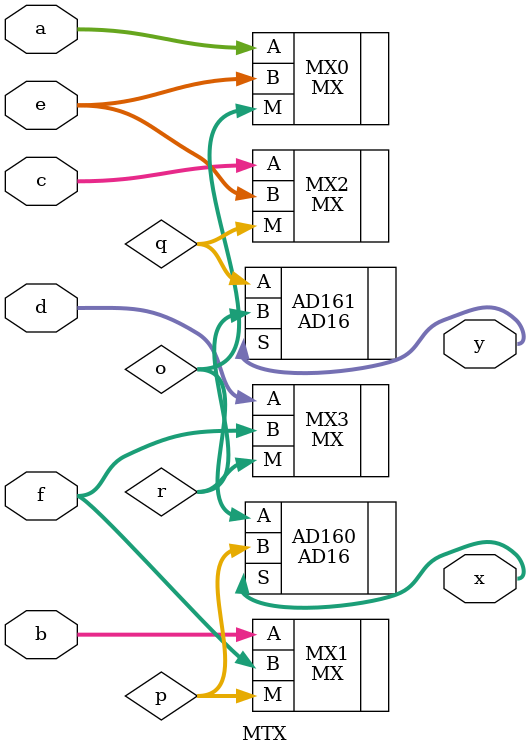
<source format=v>
`timescale 1ns / 1ps


module MTX(
input [7:0]a,
input [7:0]b,
input [7:0]c,
input [7:0]d,
input [7:0]e,
input [7:0]f,
output [16:0]x,
output [16:0]y
    );
    
    //row 1
    wire [15:0]o;
    wire [15:0]p;
    MX MX0(.A(a),.B(e),.M(o));
    MX MX1(.A(b),.B(f),.M(p));
    AD16 AD160(.A(o),.B(p),.S(x));
    
    //row 2
    wire [15:0]q;
    wire [15:0]r;
    MX MX2(.A(c),.B(e),.M(q));
    MX MX3(.A(d),.B(f),.M(r));
    AD16 AD161(.A(q),.B(r),.S(y));
endmodule

</source>
